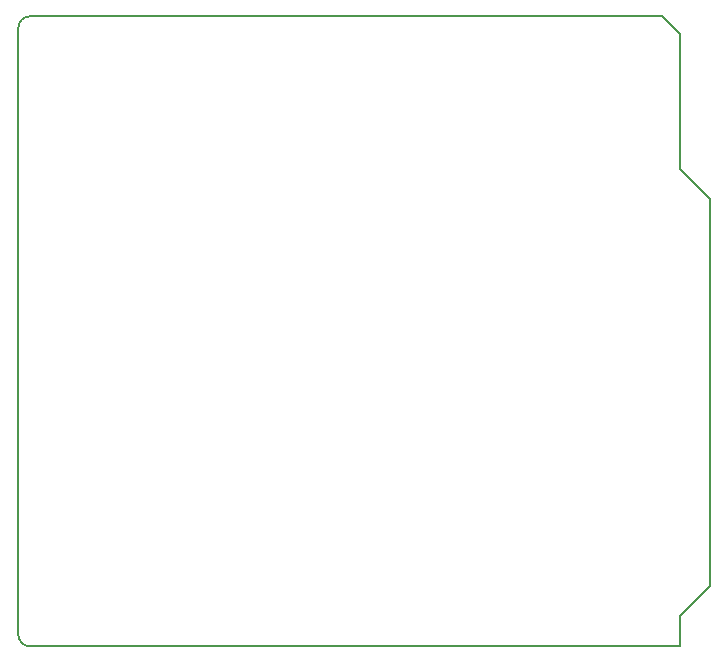
<source format=gm1>
G04 #@! TF.GenerationSoftware,KiCad,Pcbnew,(5.1.2)-1*
G04 #@! TF.CreationDate,2021-07-03T10:16:44+09:00*
G04 #@! TF.ProjectId,hdmi,68646d69-2e6b-4696-9361-645f70636258,v1.5*
G04 #@! TF.SameCoordinates,Original*
G04 #@! TF.FileFunction,Profile,NP*
%FSLAX46Y46*%
G04 Gerber Fmt 4.6, Leading zero omitted, Abs format (unit mm)*
G04 Created by KiCad (PCBNEW (5.1.2)-1) date 2021-07-03 10:16:44*
%MOMM*%
%LPD*%
G04 APERTURE LIST*
%ADD10C,0.150000*%
G04 APERTURE END LIST*
D10*
X121998000Y-73025000D02*
G75*
G03X120998000Y-74025000I0J-1000000D01*
G01*
X120998000Y-125365000D02*
G75*
G03X121998000Y-126365000I1000000J0D01*
G01*
X120998000Y-125365000D02*
X120998000Y-74025000D01*
X177038000Y-74549000D02*
X175514000Y-73025000D01*
X177038000Y-85979000D02*
X177038000Y-74549000D01*
X179578000Y-88519000D02*
X177038000Y-85979000D01*
X179578000Y-121285000D02*
X179578000Y-88519000D01*
X177038000Y-123825000D02*
X179578000Y-121285000D01*
X177038000Y-126365000D02*
X177038000Y-123825000D01*
X121998000Y-126365000D02*
X177038000Y-126365000D01*
X175514000Y-73025000D02*
X121998000Y-73025000D01*
M02*

</source>
